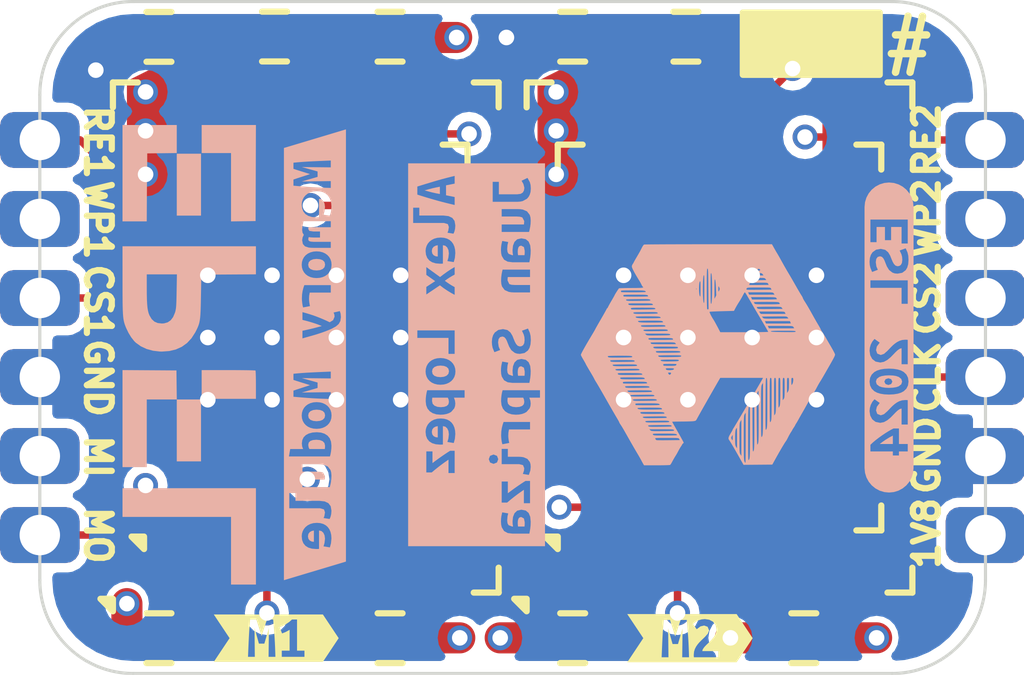
<source format=kicad_pcb>
(kicad_pcb (version 20240108) (generator "pcbnew") (generator_version "8.0")
  (layers (0 "F.Cu" signal) (1 "In1.Cu" signal) (2 "In2.Cu" signal) (3 "In3.Cu" signal) (4 "In4.Cu" signal) (31 "B.Cu" signal) (34 "B.Paste" user) (35 "F.Paste" user) (36 "B.SilkS" user "B.Silkscreen") (37 "F.SilkS" user "F.Silkscreen") (38 "B.Mask" user) (39 "F.Mask" user) (44 "Edge.Cuts" user))
  (net 0 "")
  (net 1 "GND")
  (net 2 "+1V8")
  (net 3 "~{FLASH_1_CS}")
  (net 4 "FLASH_CLK")
  (net 5 "~{FLASH_1_WP}_(IO2)")
  (net 6 "~{FLASH_1_RST}_(IO3)")
  (net 7 "~{FLASH_2_CS}")
  (net 8 "~{FLASH_2_WP}_(IO2)")
  (net 9 "~{FLASH_2_RST}_(IO3)")
  (net 10 "FLASH_MISO_(IO1)")
  (net 11 "FLASH_MOSI_(IO0)")
  (footprint "X-MODs_PcbLib:C0402" (layer "F.Cu") (at 152.8275 90.55 180)
    (property "Reference" "C2" (hide yes))
    (property "Value" "100n 10V" (hide yes))
    (pad "1" smd roundrect (at -0.48 0 180) (size 0.57 0.62) (layers "F.Cu" "F.Paste" "F.Mask") (net 2 "+1V8"))
    (pad "2" smd roundrect (at 0.48 0 180) (size 0.57 0.62) (layers "F.Cu" "F.Paste" "F.Mask") (net 1 "GND"))
  )
  (footprint "X-MODs_PcbLib:R0402" (layer "F.Cu") (at 149.8925 90.55 180)
    (property "Reference" "R2" (hide yes))
    (property "Value" "10K0" (hide yes))
    (pad "1" smd roundrect (at -0.48 0 180) (size 0.57 0.62) (layers "F.Cu" "F.Paste" "F.Mask") (net 2 "+1V8"))
    (pad "2" smd roundrect (at 0.48 0 180) (size 0.57 0.62) (layers "F.Cu" "F.Paste" "F.Mask") (net 4 "FLASH_CLK"))
  )
  (footprint "X-MODs_PcbLib:R0402" (layer "F.Cu") (at 148.035 90.5475)
    (property "Reference" "R4" (hide yes))
    (property "Value" "10K0" (hide yes))
    (pad "1" smd roundrect (at -0.48 0) (size 0.57 0.62) (layers "F.Cu" "F.Paste" "F.Mask") (net 2 "+1V8"))
    (pad "2" smd roundrect (at 0.48 0) (size 0.57 0.62) (layers "F.Cu" "F.Paste" "F.Mask") (net 6 "~{FLASH_1_RST}_(IO3)"))
  )
  (footprint "kibuzzard-6743EB8D" (layer "F.Cu") (at 154.7125 100.2175)
    (property "Reference" "kibuzzard-6743EB8D" (hide yes))
    (property "Value" "G***" (hide yes))
  )
  (footprint "X-MODs_PcbLib:R0402" (layer "F.Cu") (at 152.8275 100.2175)
    (property "Reference" "R5" (hide yes))
    (property "Value" "10K0" (hide yes))
    (pad "1" smd roundrect (at -0.48 0) (size 0.57 0.62) (layers "F.Cu" "F.Paste" "F.Mask") (net 2 "+1V8"))
    (pad "2" smd roundrect (at 0.48 0) (size 0.57 0.62) (layers "F.Cu" "F.Paste" "F.Mask") (net 7 "~{FLASH_2_CS}"))
  )
  (footprint "X-MODs_PcbLib:R0402" (layer "F.Cu") (at 154.6475 90.55)
    (property "Reference" "R8" (hide yes))
    (property "Value" "10K0" (hide yes))
    (pad "1" smd roundrect (at -0.48 0) (size 0.57 0.62) (layers "F.Cu" "F.Paste" "F.Mask") (net 2 "+1V8"))
    (pad "2" smd roundrect (at 0.48 0) (size 0.57 0.62) (layers "F.Cu" "F.Paste" "F.Mask") (net 9 "~{FLASH_2_RST}_(IO3)"))
  )
  (footprint "X-MODs_PcbLib:Memory_Board_Castellated_Conn_1.27mm" (layer "F.Cu") (at 151.8625 95.385 180)
    (property "Reference" "J1" (hide yes))
    (property "Value" "~" (hide yes))
    (pad "1" thru_hole roundrect (at -7.6 -3.175 270) (size 0.9 1.28) (drill 0.65) (property pad_prop_castellated) (layers "*.Cu" "*.Mask") (net 2 "+1V8"))
    (pad "2" thru_hole roundrect (at -7.6 -1.905 270) (size 0.9 1.28) (drill 0.65) (property pad_prop_castellated) (layers "*.Cu" "*.Mask") (net 1 "GND"))
    (pad "3" thru_hole roundrect (at -7.6 -0.635 270) (size 0.9 1.28) (drill 0.65) (property pad_prop_castellated) (layers "*.Cu" "*.Mask") (net 4 "FLASH_CLK"))
    (pad "4" thru_hole roundrect (at -7.6 0.635 270) (size 0.9 1.28) (drill 0.65) (property pad_prop_castellated) (layers "*.Cu" "*.Mask") (net 7 "~{FLASH_2_CS}"))
    (pad "5" thru_hole roundrect (at -7.6 1.905 270) (size 0.9 1.28) (drill 0.65) (property pad_prop_castellated) (layers "*.Cu" "*.Mask") (net 8 "~{FLASH_2_WP}_(IO2)"))
    (pad "6" thru_hole roundrect (at -7.6 3.175 270) (size 0.9 1.28) (drill 0.65) (property pad_prop_castellated) (layers "*.Cu" "*.Mask") (net 9 "~{FLASH_2_RST}_(IO3)"))
    (pad "7" thru_hole roundrect (at 7.6 3.175 270) (size 0.9 1.28) (drill 0.65) (property pad_prop_castellated) (layers "*.Cu" "*.Mask") (net 6 "~{FLASH_1_RST}_(IO3)"))
    (pad "8" thru_hole roundrect (at 7.6 1.905 270) (size 0.9 1.28) (drill 0.65) (property pad_prop_castellated) (layers "*.Cu" "*.Mask") (net 5 "~{FLASH_1_WP}_(IO2)"))
    (pad "9" thru_hole roundrect (at 7.6 0.635 270) (size 0.9 1.28) (drill 0.65) (property pad_prop_castellated) (layers "*.Cu" "*.Mask") (net 3 "~{FLASH_1_CS}"))
    (pad "10" thru_hole roundrect (at 7.6 -0.635 270) (size 0.9 1.28) (drill 0.65) (property pad_prop_castellated) (layers "*.Cu" "*.Mask") (net 1 "GND"))
    (pad "11" thru_hole roundrect (at 7.6 -1.905 270) (size 0.9 1.28) (drill 0.65) (property pad_prop_castellated) (layers "*.Cu" "*.Mask") (net 10 "FLASH_MISO_(IO1)"))
    (pad "12" thru_hole roundrect (at 7.6 -3.175 270) (size 0.9 1.28) (drill 0.65) (property pad_prop_castellated) (layers "*.Cu" "*.Mask") (net 11 "FLASH_MOSI_(IO0)"))
  )
  (footprint "X-MODs_PcbLib:8-WSON_DUAL_6x5mm_(8x6mn)" (layer "F.Cu") (at 155.1875 95.385 90)
    (property "Reference" "U2" (hide yes))
    (property "Value" "MX25U25643GZ4I00-T" (hide yes))
    (pad "1" smd roundrect (at -3.75 -1.905 90) (size 0.65 0.5) (layers "F.Cu" "F.Paste" "F.Mask") (net 7 "~{FLASH_2_CS}"))
    (pad "1" smd roundrect (at -2.7 -1.905 90) (size 0.75 0.5) (layers "F.Cu" "F.Paste" "F.Mask") (net 7 "~{FLASH_2_CS}"))
    (pad "2" smd roundrect (at -3.75 -0.635 90) (size 0.65 0.5) (layers "F.Cu" "F.Paste" "F.Mask") (net 10 "FLASH_MISO_(IO1)"))
    (pad "2" smd roundrect (at -2.7 -0.635 90) (size 0.75 0.5) (layers "F.Cu" "F.Paste" "F.Mask") (net 10 "FLASH_MISO_(IO1)"))
    (pad "3" smd roundrect (at -3.75 0.635 90) (size 0.65 0.5) (layers "F.Cu" "F.Paste" "F.Mask") (net 8 "~{FLASH_2_WP}_(IO2)"))
    (pad "3" smd roundrect (at -2.7 0.635 90) (size 0.75 0.5) (layers "F.Cu" "F.Paste" "F.Mask") (net 8 "~{FLASH_2_WP}_(IO2)"))
    (pad "4" smd roundrect (at -3.75 1.905 90) (size 0.65 0.5) (layers "F.Cu" "F.Paste" "F.Mask") (net 1 "GND"))
    (pad "4" smd roundrect (at -2.7 1.905 90) (size 0.75 0.5) (layers "F.Cu" "F.Paste" "F.Mask") (net 1 "GND"))
    (pad "5" smd roundrect (at 2.7 1.905 90) (size 0.75 0.5) (layers "F.Cu" "F.Paste" "F.Mask") (net 11 "FLASH_MOSI_(IO0)"))
    (pad "5" smd roundrect (at 3.75 1.905 90) (size 0.65 0.5) (layers "F.Cu" "F.Paste" "F.Mask") (net 11 "FLASH_MOSI_(IO0)"))
    (pad "6" smd roundrect (at 2.7 0.635 90) (size 0.75 0.5) (layers "F.Cu" "F.Paste" "F.Mask") (net 4 "FLASH_CLK"))
    (pad "6" smd roundrect (at 3.75 0.635 90) (size 0.65 0.5) (layers "F.Cu" "F.Paste" "F.Mask") (net 4 "FLASH_CLK"))
    (pad "7" smd roundrect (at 2.7 -0.635 90) (size 0.75 0.5) (layers "F.Cu" "F.Paste" "F.Mask") (net 9 "~{FLASH_2_RST}_(IO3)"))
    (pad "7" smd roundrect (at 3.75 -0.635 90) (size 0.65 0.5) (layers "F.Cu" "F.Paste" "F.Mask") (net 9 "~{FLASH_2_RST}_(IO3)"))
    (pad "8" smd roundrect (at 2.7 -1.905 90) (size 0.75 0.5) (layers "F.Cu" "F.Paste" "F.Mask") (net 2 "+1V8"))
    (pad "8" smd roundrect (at 3.75 -1.905 90) (size 0.65 0.5) (layers "F.Cu" "F.Paste" "F.Mask") (net 2 "+1V8"))
    (pad "9" smd rect (at 0 0 90) (size 3.4 4.3) (property pad_prop_heatsink) (layers "F.Cu" "F.Mask") (net 1 "GND"))
  )
  (footprint "X-MODs_PcbLib:8-WSON_DUAL_(6x5mm)_8x6mn" (layer "F.Cu") (at 148.5375 95.385 90)
    (property "Reference" "U1" (hide yes))
    (property "Value" "MX25U12832FZNI02-TR" (hide yes))
    (pad "1" smd roundrect (at -3.75 -1.905 90) (size 0.65 0.5) (layers "F.Cu" "F.Paste" "F.Mask") (net 3 "~{FLASH_1_CS}"))
    (pad "1" smd roundrect (at -2.7 -1.905 90) (size 0.75 0.5) (layers "F.Cu" "F.Paste" "F.Mask") (net 3 "~{FLASH_1_CS}"))
    (pad "2" smd roundrect (at -3.75 -0.635 90) (size 0.65 0.5) (layers "F.Cu" "F.Paste" "F.Mask") (net 10 "FLASH_MISO_(IO1)"))
    (pad "2" smd roundrect (at -2.7 -0.635 90) (size 0.75 0.5) (layers "F.Cu" "F.Paste" "F.Mask") (net 10 "FLASH_MISO_(IO1)"))
    (pad "3" smd roundrect (at -3.75 0.635 90) (size 0.65 0.5) (layers "F.Cu" "F.Paste" "F.Mask") (net 5 "~{FLASH_1_WP}_(IO2)"))
    (pad "3" smd roundrect (at -2.7 0.635 90) (size 0.75 0.5) (layers "F.Cu" "F.Paste" "F.Mask") (net 5 "~{FLASH_1_WP}_(IO2)"))
    (pad "4" smd roundrect (at -3.75 1.905 90) (size 0.65 0.5) (layers "F.Cu" "F.Paste" "F.Mask") (net 1 "GND"))
    (pad "4" smd roundrect (at -2.7 1.905 90) (size 0.75 0.5) (layers "F.Cu" "F.Paste" "F.Mask") (net 1 "GND"))
    (pad "5" smd roundrect (at 2.7 1.905 90) (size 0.75 0.5) (layers "F.Cu" "F.Paste" "F.Mask") (net 11 "FLASH_MOSI_(IO0)"))
    (pad "5" smd roundrect (at 3.75 1.905 90) (size 0.65 0.5) (layers "F.Cu" "F.Paste" "F.Mask") (net 11 "FLASH_MOSI_(IO0)"))
    (pad "6" smd roundrect (at 2.7 0.635 90) (size 0.75 0.5) (layers "F.Cu" "F.Paste" "F.Mask") (net 4 "FLASH_CLK"))
    (pad "6" smd roundrect (at 3.75 0.635 90) (size 0.65 0.5) (layers "F.Cu" "F.Paste" "F.Mask") (net 4 "FLASH_CLK"))
    (pad "7" smd roundrect (at 2.7 -0.635 90) (size 0.75 0.5) (layers "F.Cu" "F.Paste" "F.Mask") (net 6 "~{FLASH_1_RST}_(IO3)"))
    (pad "7" smd roundrect (at 3.75 -0.635 90) (size 0.65 0.5) (layers "F.Cu" "F.Paste" "F.Mask") (net 6 "~{FLASH_1_RST}_(IO3)"))
    (pad "8" smd roundrect (at 2.7 -1.905 90) (size 0.75 0.5) (layers "F.Cu" "F.Paste" "F.Mask") (net 2 "+1V8"))
    (pad "8" smd roundrect (at 3.75 -1.905 90) (size 0.65 0.5) (layers "F.Cu" "F.Paste" "F.Mask") (net 2 "+1V8"))
    (pad "9" smd rect (at 0 0 90) (size 3.4 4.3) (property pad_prop_heatsink) (layers "F.Cu" "F.Mask") (net 1 "GND"))
  )
  (footprint "X-MODs_PcbLib:R0402" (layer "F.Cu") (at 146.1775 100.2175)
    (property "Reference" "R1" (hide yes))
    (property "Value" "10K0" (hide yes))
    (pad "1" smd roundrect (at -0.48 0) (size 0.57 0.62) (layers "F.Cu" "F.Paste" "F.Mask") (net 2 "+1V8"))
    (pad "2" smd roundrect (at 0.48 0) (size 0.57 0.62) (layers "F.Cu" "F.Paste" "F.Mask") (net 3 "~{FLASH_1_CS}"))
  )
  (footprint "X-MODs_PcbLib:C0402" (layer "F.Cu") (at 146.1775 90.5525 180)
    (property "Reference" "C1" (hide yes))
    (property "Value" "100n 10V" (hide yes))
    (pad "1" smd roundrect (at -0.48 0 180) (size 0.57 0.62) (layers "F.Cu" "F.Paste" "F.Mask") (net 2 "+1V8"))
    (pad "2" smd roundrect (at 0.48 0 180) (size 0.57 0.62) (layers "F.Cu" "F.Paste" "F.Mask") (net 1 "GND"))
  )
  (footprint "kibuzzard-6743EB85" (layer "F.Cu") (at 148.0625 100.2175)
    (property "Reference" "kibuzzard-6743EB85" (hide yes))
    (property "Value" "G***" (hide yes))
  )
  (footprint "X-MODs_PcbLib:R0402" (layer "F.Cu") (at 156.5425 100.2175 180)
    (property "Reference" "R7" (hide yes))
    (property "Value" "10K0" (hide yes))
    (pad "1" smd roundrect (at -0.48 0 180) (size 0.57 0.62) (layers "F.Cu" "F.Paste" "F.Mask") (net 2 "+1V8"))
    (pad "2" smd roundrect (at 0.48 0 180) (size 0.57 0.62) (layers "F.Cu" "F.Paste" "F.Mask") (net 8 "~{FLASH_2_WP}_(IO2)"))
  )
  (footprint "X-MODs_PcbLib:R0402" (layer "F.Cu") (at 149.8925 100.2175 180)
    (property "Reference" "R3" (hide yes))
    (property "Value" "10K0" (hide yes))
    (pad "1" smd roundrect (at -0.48 0 180) (size 0.57 0.62) (layers "F.Cu" "F.Paste" "F.Mask") (net 2 "+1V8"))
    (pad "2" smd roundrect (at 0.48 0 180) (size 0.57 0.62) (layers "F.Cu" "F.Paste" "F.Mask") (net 5 "~{FLASH_1_WP}_(IO2)"))
  )
  (footprint "kibuzzard-6725074F" (layer "B.Cu") (at 148.684412 95.6625 -90)
    (property "Reference" "kibuzzard-6725074F" (hide yes))
    (property "Value" "G***" (hide yes))
  )
  (footprint "LOGO" (layer "B.Cu") (at 155.0625 95.369465 -90)
    (property "Reference" "G***" (hide yes))
    (property "Value" "LOGO" (hide yes))
  )
  (footprint "kibuzzard-672506D5" (layer "B.Cu") (at 157.9125 95.385 -90)
    (property "Reference" "kibuzzard-672506D5" (hide yes))
    (property "Value" "G***" (hide yes))
  )
  (footprint "LOGO" (layer "B.Cu") (at 146.6565 95.6625 -90)
    (property "Reference" "G***" (hide yes))
    (property "Value" "LOGO" (hide yes))
  )
  (footprint "kibuzzard-672506E3" (layer "B.Cu") (at 151.282704 95.6625 -90)
    (property "Reference" "kibuzzard-672506E3" (hide yes))
    (property "Value" "G***" (hide yes))
  )
  (gr_rect (start 155.5625 90.1625) (end 157.7625 91.1625) (stroke (width 0.1)) (fill solid) (layer "F.SilkS"))
  (gr_arc (start 145.7625 100.785) (mid 144.70184 100.34566) (end 144.2625 99.285) (stroke (width 0.05)) (layer "Edge.Cuts"))
  (gr_line (start 145.7625 89.985) (end 157.9625 89.985) (stroke (width 0.05)) (layer "Edge.Cuts"))
  (gr_line (start 159.4625 91.485) (end 159.4625 99.285) (stroke (width 0.05)) (layer "Edge.Cuts"))
  (gr_arc (start 159.4625 99.285) (mid 159.02316 100.34566) (end 157.9625 100.785) (stroke (width 0.05)) (layer "Edge.Cuts"))
  (gr_arc (start 144.2625 91.485) (mid 144.70184 90.42434) (end 145.7625 89.985) (stroke (width 0.05)) (layer "Edge.Cuts"))
  (gr_line (start 144.2625 99.285) (end 144.2625 91.485) (stroke (width 0.05)) (layer "Edge.Cuts"))
  (gr_line (start 157.9625 100.785) (end 145.7625 100.785) (stroke (width 0.05)) (layer "Edge.Cuts"))
  (gr_arc (start 157.9625 89.985) (mid 159.02316 90.42434) (end 159.4625 91.485) (stroke (width 0.05)) (layer "Edge.Cuts"))
  (gr_text "MO" (at 144.965 98.06 270) (layer "F.SilkS") (effects (font (size 0.4 0.4) (thickness 0.1) (bold yes)) (justify left bottom)))
  (gr_text "CS1" (at 144.965 94.16 270) (layer "F.SilkS") (effects (font (size 0.4 0.4) (thickness 0.1) (bold yes)) (justify left bottom)))
  (gr_text "CS2" (at 158.75 95.4 90) (layer "F.SilkS") (effects (font (size 0.4 0.4) (thickness 0.1) (bold yes)) (justify left bottom)))
  (gr_text "#" (at 158.6625 90.2625 180) (layer "F.SilkS") (effects (font (size 0.7 0.7) (thickness 0.12) (bold yes)) (justify left bottom)))
  (gr_text "RE1" (at 144.965 91.61 270) (layer "F.SilkS") (effects (font (size 0.4 0.4) (thickness 0.1) (bold yes)) (justify left bottom)))
  (gr_text "GND" (at 144.965 95.36 -90) (layer "F.SilkS") (effects (font (size 0.4 0.4) (thickness 0.1) (bold yes)) (justify left bottom)))
  (gr_text "WP1" (at 144.965 92.81 270) (layer "F.SilkS") (effects (font (size 0.4 0.4) (thickness 0.1) (bold yes)) (justify left bottom)))
  (gr_text "GND" (at 158.75 97.95 90) (layer "F.SilkS") (effects (font (size 0.4 0.4) (thickness 0.1) (bold yes)) (justify left bottom)))
  (gr_text "RE2" (at 158.75 92.85 90) (layer "F.SilkS") (effects (font (size 0.4 0.4) (thickness 0.1) (bold yes)) (justify left bottom)))
  (gr_text "1V8" (at 158.75 99.15 90) (layer "F.SilkS") (effects (font (size 0.4 0.4) (thickness 0.1) (bold yes)) (justify left bottom)))
  (gr_text "MI" (at 144.965 96.91 270) (layer "F.SilkS") (effects (font (size 0.4 0.4) (thickness 0.1) (bold yes)) (justify left bottom)))
  (gr_text "WP2" (at 158.75 94.15 90) (layer "F.SilkS") (effects (font (size 0.4 0.4) (thickness 0.1) (bold yes)) (justify left bottom)))
  (gr_text "CLK" (at 158.75 96.65 90) (layer "F.SilkS") (effects (font (size 0.4 0.4) (thickness 0.1) (bold yes)) (justify left bottom)))
  (segment (start 150.4425 98.085) (end 150.4425 96.765) (width 0.5) (layer "F.Cu") (net 1))
  (segment (start 151.7625 90.5625) (end 152.335 90.5625) (width 0.5) (layer "F.Cu") (net 1))
  (segment (start 145.1625 91.0875) (end 145.6975 90.5525) (width 0.5) (layer "F.Cu") (net 1))
  (segment (start 150.4425 98.085) (end 150.4425 99.135) (width 0.5) (layer "F.Cu") (net 1))
  (segment (start 150.4425 96.765) (end 150.0625 96.385) (width 0.5) (layer "F.Cu") (net 1))
  (segment (start 157.0925 98.085) (end 157.0925 99.135) (width 0.5) (layer "F.Cu") (net 1))
  (segment (start 157.0925 98.085) (end 157.0925 96.731666) (width 0.5) (layer "F.Cu") (net 1))
  (segment (start 152.335 90.5625) (end 152.3475 90.55) (width 0.5) (layer "F.Cu") (net 1))
  (segment (start 157.0925 96.731666) (end 156.745834 96.385) (width 0.5) (layer "F.Cu") (net 1))
  (via (at 146.9625 96.385) (size 0.4) (drill 0.25) (layers "F.Cu" "B.Cu") (net 1))
  (via (at 156.745834 96.385) (size 0.4) (drill 0.25) (layers "F.Cu" "B.Cu") (net 1))
  (via (at 149.029166 95.385) (size 0.4) (drill 0.25) (layers "F.Cu" "B.Cu") (net 1))
  (via (at 150.0625 94.385) (size 0.4) (drill 0.25) (layers "F.Cu" "B.Cu") (net 1))
  (via (at 156.745834 95.385) (size 0.4) (drill 0.25) (layers "F.Cu" "B.Cu") (net 1))
  (via (at 149.029166 96.385) (size 0.4) (drill 0.25) (layers "F.Cu" "B.Cu") (net 1))
  (via (at 145.1625 91.0875) (size 0.4) (drill 0.25) (layers "F.Cu" "B.Cu") (net 1))
  (via (at 153.645834 94.385) (size 0.4) (drill 0.25) (layers "F.Cu" "B.Cu") (net 1))
  (via (at 153.645834 96.385) (size 0.4) (drill 0.25) (layers "F.Cu" "B.Cu") (net 1))
  (via (at 156.745834 94.385) (size 0.4) (drill 0.25) (layers "F.Cu" "B.Cu") (net 1))
  (via (at 155.7125 95.385) (size 0.4) (drill 0.25) (layers "F.Cu" "B.Cu") (net 1))
  (via (at 153.645834 95.385) (size 0.4) (drill 0.25) (layers "F.Cu" "B.Cu") (net 1))
  (via (at 150.0625 95.385) (size 0.4) (drill 0.25) (layers "F.Cu" "B.Cu") (net 1))
  (via (at 154.679167 96.385) (size 0.4) (drill 0.25) (layers "F.Cu" "B.Cu") (net 1))
  (via (at 151.7625 90.5625) (size 0.4) (drill 0.25) (layers "F.Cu" "B.Cu") (net 1))
  (via (at 149.029166 94.385) (size 0.4) (drill 0.25) (layers "F.Cu" "B.Cu") (net 1))
  (via (at 154.679167 94.385) (size 0.4) (drill 0.25) (layers "F.Cu" "B.Cu") (net 1))
  (via (at 155.7125 94.385) (size 0.4) (drill 0.25) (layers "F.Cu" "B.Cu") (net 1))
  (via (at 147.995833 94.385) (size 0.4) (drill 0.25) (layers "F.Cu" "B.Cu") (net 1))
  (via (at 154.679167 95.385) (size 0.4) (drill 0.25) (layers "F.Cu" "B.Cu") (net 1))
  (via (at 146.9625 94.385) (size 0.4) (drill 0.25) (layers "F.Cu" "B.Cu") (net 1))
  (via (at 147.995833 95.385) (size 0.4) (drill 0.25) (layers "F.Cu" "B.Cu") (net 1))
  (via (at 155.7125 96.385) (size 0.4) (drill 0.25) (layers "F.Cu" "B.Cu") (net 1))
  (via (at 147.995833 96.385) (size 0.4) (drill 0.25) (layers "F.Cu" "B.Cu") (net 1))
  (via (at 150.0625 96.385) (size 0.4) (drill 0.25) (layers "F.Cu" "B.Cu") (net 1))
  (via (at 146.9625 95.385) (size 0.4) (drill 0.25) (layers "F.Cu" "B.Cu") (net 1))
  (segment (start 150.385 90.5625) (end 150.3725 90.55) (width 0.5) (layer "F.Cu") (net 2))
  (segment (start 146.6325 92.685) (end 146.6325 91.635) (width 0.5) (layer "F.Cu") (net 2))
  (segment (start 150.9625 90.5625) (end 150.385 90.5625) (width 0.5) (layer "F.Cu") (net 2))
  (segment (start 147.55 90.5525) (end 147.555 90.5475) (width 0.5) (layer "F.Cu") (net 2))
  (segment (start 145.6625 100.1825) (end 145.6975 100.2175) (width 0.5) (layer "F.Cu") (net 2))
  (segment (start 145.6625 99.6625) (end 145.6625 100.1825) (width 0.5) (layer "F.Cu") (net 2))
  (segment (start 151.0125 100.2125) (end 150.3825 100.2125) (width 0.5) (layer "F.Cu") (net 2))
  (segment (start 151.6625 100.2125) (end 152.2925 100.2125) (width 0.5) (layer "F.Cu") (net 2))
  (segment (start 153.2825 90.575) (end 153.3075 90.55) (width 0.5) (layer "F.Cu") (net 2))
  (segment (start 146.6325 90.5775) (end 146.6575 90.5525) (width 0.5) (layer "F.Cu") (net 2))
  (segment (start 157.7125 100.2125) (end 157.0825 100.2125) (width 0.5) (layer "F.Cu") (net 2))
  (via (at 145.9625 92.7625) (size 0.4) (drill 0.25) (layers "F.Cu" "B.Cu") (net 2))
  (via (at 152.5625 92.7625) (size 0.4) (drill 0.25) (layers "F.Cu" "B.Cu") (net 2))
  (via (at 145.9625 92.0625) (size 0.4) (drill 0.25) (layers "F.Cu" "B.Cu") (net 2))
  (via (at 157.7125 100.2125) (size 0.4) (drill 0.25) (layers "F.Cu" "B.Cu") (net 2))
  (via (at 152.5625 91.437497) (size 0.4) (drill 0.25) (layers "F.Cu" "B.Cu") (net 2))
  (via (at 151.0125 100.2125) (size 0.4) (drill 0.25) (layers "F.Cu" "B.Cu") (net 2))
  (via (at 151.6625 100.2125) (size 0.4) (drill 0.25) (layers "F.Cu" "B.Cu") (net 2))
  (via (at 150.9625 90.5625) (size 0.4) (drill 0.25) (layers "F.Cu" "B.Cu") (net 2))
  (via (at 145.6625 99.6625) (size 0.4) (drill 0.25) (layers "F.Cu" "B.Cu") (net 2))
  (via (at 145.9625 91.437497) (size 0.4) (drill 0.25) (layers "F.Cu" "B.Cu") (net 2))
  (via (at 152.5625 92.0625) (size 0.4) (drill 0.25) (layers "F.Cu" "B.Cu") (net 2))
  (segment (start 146.6325 97.6325) (end 146.6325 98.085) (width 0.12) (layer "F.Cu") (net 3))
  (segment (start 144.2625 94.75) (end 145.35 94.75) (width 0.12) (layer "F.Cu") (net 3))
  (segment (start 146.6325 98.6625) (end 146.6325 99.135) (width 0.5) (layer "F.Cu") (net 3))
  (segment (start 145.7625 96.7625) (end 146.6325 97.6325) (width 0.12) (layer "F.Cu") (net 3))
  (segment (start 146.6575 99.16) (end 146.6325 99.135) (width 0.12) (layer "F.Cu") (net 3))
  (segment (start 145.7625 95.1625) (end 145.7625 96.7625) (width 0.12) (layer "F.Cu") (net 3))
  (segment (start 145.35 94.75) (end 145.7625 95.1625) (width 0.12) (layer "F.Cu") (net 3))
  (segment (start 146.6325 98.085) (end 146.6325 98.6625) (width 0.5) (layer "F.Cu") (net 3))
  (segment (start 146.6575 100.2175) (end 146.6575 99.16) (width 0.12) (layer "F.Cu") (net 3))
  (segment (start 155.8225 92.685) (end 155.8225 91.635) (width 0.5) (layer "F.Cu") (net 4))
  (segment (start 157.8625 95.1625) (end 157.8625 91.3625) (width 0.12) (layer "F.Cu") (net 4))
  (segment (start 159.4625 96.02) (end 158.72 96.02) (width 0.12) (layer "F.Cu") (net 4))
  (segment (start 157.8625 91.3625) (end 157.5625 91.0625) (width 0.12) (layer "F.Cu") (net 4))
  (segment (start 149.1725 92.685) (end 149.1725 91.635) (width 0.5) (layer "F.Cu") (net 4))
  (segment (start 149.4125 91.0125) (end 149.1725 91.2525) (width 0.12) (layer "F.Cu") (net 4))
  (segment (start 157.5625 91.0625) (end 156.3625 91.0625) (width 0.12) (layer "F.Cu") (net 4))
  (segment (start 148.9625 93.2625) (end 149.1725 93.0525) (width 0.12) (layer "F.Cu") (net 4))
  (segment (start 156.3625 91.0625) (end 155.8225 91.6025) (width 0.12) (layer "F.Cu") (net 4))
  (segment (start 155.8225 91.6025) (end 155.8225 91.635) (width 0.12) (layer "F.Cu") (net 4))
  (segment (start 148.6125 93.2625) (end 148.9625 93.2625) (width 0.12) (layer "F.Cu") (net 4))
  (segment (start 158.72 96.02) (end 157.8625 95.1625) (width 0.12) (layer "F.Cu") (net 4))
  (segment (start 149.4125 90.55) (end 149.4125 91.0125) (width 0.12) (layer "F.Cu") (net 4))
  (segment (start 149.1725 93.0525) (end 149.1725 92.685) (width 0.12) (layer "F.Cu") (net 4))
  (segment (start 149.1725 91.2525) (end 149.1725 91.635) (width 0.12) (layer "F.Cu") (net 4))
  (via (at 156.3625 91.0625) (size 0.4) (drill 0.25) (layers "F.Cu" "B.Cu") (net 4))
  (via (at 148.6125 93.2625) (size 0.4) (drill 0.25) (layers "F.Cu" "B.Cu") (net 4))
  (segment (start 148.885 98.085) (end 149.1725 98.085) (width 0.12) (layer "F.Cu") (net 5))
  (segment (start 149.1725 98.085) (end 149.1725 99.135) (width 0.5) (layer "F.Cu") (net 5))
  (segment (start 148.5625 97.6625) (end 148.5625 97.7625) (width 0.12) (layer "F.Cu") (net 5))
  (segment (start 149.1725 99.135) (end 149.1625 99.145) (width 0.12) (layer "F.Cu") (net 5))
  (segment (start 149.4125 99.8125) (end 149.4125 100.2175) (width 0.12) (layer "F.Cu") (net 5))
  (segment (start 148.5625 97.7625) (end 148.885 98.085) (width 0.12) (layer "F.Cu") (net 5))
  (segment (start 149.1625 99.145) (end 149.1625 99.5625) (width 0.12) (layer "F.Cu") (net 5))
  (segment (start 149.1625 99.5625) (end 149.4125 99.8125) (width 0.12) (layer "F.Cu") (net 5))
  (via (at 148.5625 97.6625) (size 0.4) (drill 0.25) (layers "F.Cu" "B.Cu") (net 5))
  (segment (start 144.91 92.21) (end 145.2625 92.5625) (width 0.12) (layer "F.Cu") (net 6))
  (segment (start 145.2625 92.5625) (end 145.2625 93.1625) (width 0.12) (layer "F.Cu") (net 6))
  (segment (start 147.9025 92.9225) (end 147.9025 92.685) (width 0.12) (layer "F.Cu") (net 6))
  (segment (start 145.5625 93.4625) (end 147.3625 93.4625) (width 0.12) (layer "F.Cu") (net 6))
  (segment (start 148.515 90.71) (end 147.9025 91.3225) (width 0.12) (layer "F.Cu") (net 6))
  (segment (start 144.2625 92.21) (end 144.91 92.21) (width 0.12) (layer "F.Cu") (net 6))
  (segment (start 147.9025 91.3225) (end 147.9025 91.635) (width 0.12) (layer "F.Cu") (net 6))
  (segment (start 147.3625 93.4625) (end 147.9025 92.9225) (width 0.12) (layer "F.Cu") (net 6))
  (segment (start 147.9025 91.635) (end 147.9025 92.685) (width 0.5) (layer "F.Cu") (net 6))
  (segment (start 145.2625 93.1625) (end 145.5625 93.4625) (width 0.12) (layer "F.Cu") (net 6))
  (segment (start 148.515 90.5475) (end 148.515 90.71) (width 0.12) (layer "F.Cu") (net 6))
  (segment (start 153.255 98.1125) (end 153.2825 98.085) (width 0.12) (layer "F.Cu") (net 7))
  (segment (start 152.6125 98.1125) (end 153.255 98.1125) (width 0.12) (layer "F.Cu") (net 7))
  (segment (start 153.2825 98.085) (end 153.2825 99.135) (width 0.5) (layer "F.Cu") (net 7))
  (segment (start 153.3075 100.2175) (end 153.3075 99.16) (width 0.12) (layer "F.Cu") (net 7))
  (segment (start 153.3075 99.16) (end 153.2825 99.135) (width 0.12) (layer "F.Cu") (net 7))
  (via (at 152.6125 98.1125) (size 0.4) (drill 0.25) (layers "F.Cu" "B.Cu") (net 7))
  (segment (start 156.0625 99.8625) (end 155.8225 99.6225) (width 0.12) (layer "F.Cu") (net 8))
  (segment (start 155.3625 100.2125) (end 155.9925 100.2125) (width 0.5) (layer "F.Cu") (net 8))
  (segment (start 155.8225 98.085) (end 155.8225 99.135) (width 0.5) (layer "F.Cu") (net 8))
  (segment (start 156.0625 100.2175) (end 156.0625 99.8625) (width 0.12) (layer "F.Cu") (net 8))
  (segment (start 155.8225 99.6225) (end 155.8225 99.135) (width 0.12) (layer "F.Cu") (net 8))
  (via (at 155.3625 100.2125) (size 0.4) (drill 0.25) (layers "F.Cu" "B.Cu") (net 8))
  (segment (start 158.4625 91.9625) (end 158.71 92.21) (width 0.12) (layer "F.Cu") (net 9))
  (segment (start 158.71 92.21) (end 159.4625 92.21) (width 0.12) (layer "F.Cu") (net 9))
  (segment (start 154.5525 91.635) (end 154.5525 92.685) (width 0.5) (layer "F.Cu") (net 9))
  (segment (start 154.5525 91.2725) (end 154.5525 91.635) (width 0.12) (layer "F.Cu") (net 9))
  (segment (start 155.1275 90.55) (end 157.85 90.55) (width 0.12) (layer "F.Cu") (net 9))
  (segment (start 155.1275 90.55) (end 155.1275 90.9975) (width 0.12) (layer "F.Cu") (net 9))
  (segment (start 154.6625 91.1625) (end 154.5525 91.2725) (width 0.12) (layer "F.Cu") (net 9))
  (segment (start 158.4625 91.1625) (end 158.4625 91.9625) (width 0.12) (layer "F.Cu") (net 9))
  (segment (start 157.85 90.55) (end 158.4625 91.1625) (width 0.12) (layer "F.Cu") (net 9))
  (segment (start 154.9625 91.1625) (end 154.6625 91.1625) (width 0.12) (layer "F.Cu") (net 9))
  (segment (start 155.1275 90.9975) (end 154.9625 91.1625) (width 0.12) (layer "F.Cu") (net 9))
  (segment (start 154.5525 98.085) (end 154.5525 99.135) (width 0.5) (layer "F.Cu") (net 10))
  (segment (start 154.5125 99.8125) (end 154.5125 99.175) (width 0.12) (layer "F.Cu") (net 10))
  (segment (start 147.9125 99.8125) (end 147.9125 99.145) (width 0.12) (layer "F.Cu") (net 10))
  (segment (start 144.2625 97.29) (end 144.29 97.2625) (width 0.12) (layer "F.Cu") (net 10))
  (segment (start 147.9125 99.145) (end 147.9025 99.135) (width 0.12) (layer "F.Cu") (net 10))
  (segment (start 154.5125 99.175) (end 154.5525 99.135) (width 0.12) (layer "F.Cu") (net 10))
  (segment (start 147.9025 98.085) (end 147.9025 99.135) (width 0.5) (layer "F.Cu") (net 10))
  (via (at 154.5125 99.8125) (size 0.4) (drill 0.25) (layers "F.Cu" "B.Cu") (net 10))
  (via (at 147.9125 99.8125) (size 0.4) (drill 0.25) (layers "F.Cu" "B.Cu") (net 10))
  (segment (start 150.4425 91.635) (end 150.4425 92.1125) (width 0.5) (layer "F.Cu") (net 11))
  (segment (start 156.5625 92.1625) (end 157.0925 92.1625) (width 0.12) (layer "F.Cu") (net 11))
  (segment (start 157.0925 92.1625) (end 157.0925 92.685) (width 0.5) (layer "F.Cu") (net 11))
  (segment (start 150.4425 92.1125) (end 150.4425 92.685) (width 0.5) (layer "F.Cu") (net 11))
  (segment (start 157.0925 91.635) (end 157.0925 92.1625) (width 0.5) (layer "F.Cu") (net 11))
  (segment (start 151.1625 92.1125) (end 150.4425 92.1125) (width 0.12) (layer "F.Cu") (net 11))
  (segment (start 145.165 98.56) (end 144.2625 98.56) (width 0.12) (layer "F.Cu") (net 11))
  (segment (start 145.9625 97.7625) (end 145.165 98.56) (width 0.12) (layer "F.Cu") (net 11))
  (via (at 145.9625 97.7625) (size 0.4) (drill 0.25) (layers "F.Cu" "B.Cu") (net 11))
  (via (at 151.1625 92.1125) (size 0.4) (drill 0.25) (layers "F.Cu" "B.Cu") (net 11))
  (via (at 156.5625 92.1625) (size 0.4) (drill 0.25) (layers "F.Cu" "B.Cu") (net 11))
  (zone (net 2) (net_name "+1V8") (layer "F.Cu") (priority 1) (connect_pads yes (clearance 0.15)) (min_thickness 0.15) (fill yes (thermal_gap 0.5) (thermal_bridge_width 0.5))
    (polygon (pts (xy 145.6625 91.2625) (xy 146.2625 90.9625) (xy 146.2625 90.1625) (xy 147.9625 90.1625) (xy 147.9625 90.8625) (xy 147.0625 91.7625) (xy 147.0625 93.1625) (xy 145.6625 93.1625)))
  )
  (zone (net 2) (net_name "+1V8") (layer "F.Cu") (priority 1) (connect_pads yes (clearance 0.15)) (min_thickness 0.15) (fill yes (thermal_gap 0.5) (thermal_bridge_width 0.5))
    (polygon (pts (xy 152.2625 91.2625) (xy 152.8625 90.9625) (xy 152.8625 90.1625) (xy 154.5625 90.1625) (xy 154.5625 90.8625) (xy 153.6625 91.7625) (xy 153.6625 93.1625) (xy 152.2625 93.1625)))
  )
  (zone (net 1) (net_name "GND") (layers "In1.Cu" "In4.Cu" "B.Cu") (connect_pads yes (clearance 0.15)) (min_thickness 0.15) (fill yes (thermal_gap 0.5) (thermal_bridge_width 0.5))
    (polygon (pts (xy 144.2625 100.7625) (xy 144.2625 89.9625) (xy 159.4625 89.9625) (xy 159.4625 100.7625)))
  )
)
</source>
